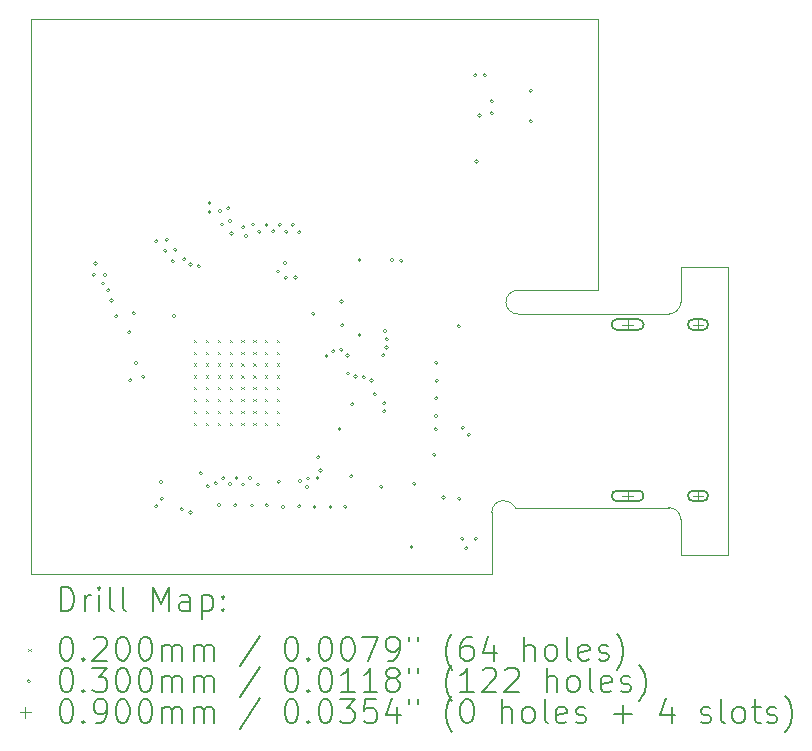
<source format=gbr>
%TF.GenerationSoftware,KiCad,Pcbnew,(6.0.7)*%
%TF.CreationDate,2022-11-13T01:59:09+01:00*%
%TF.ProjectId,TTL_to_HDMI,54544c5f-746f-45f4-9844-4d492e6b6963,rev?*%
%TF.SameCoordinates,Original*%
%TF.FileFunction,Drillmap*%
%TF.FilePolarity,Positive*%
%FSLAX45Y45*%
G04 Gerber Fmt 4.5, Leading zero omitted, Abs format (unit mm)*
G04 Created by KiCad (PCBNEW (6.0.7)) date 2022-11-13 01:59:09*
%MOMM*%
%LPD*%
G01*
G04 APERTURE LIST*
%ADD10C,0.100000*%
%ADD11C,0.200000*%
%ADD12C,0.020000*%
%ADD13C,0.030000*%
%ADD14C,0.090000*%
G04 APERTURE END LIST*
D10*
X13500000Y-9300000D02*
X13500000Y-11440000D01*
X11600000Y-11280000D02*
G75*
G03*
X11500000Y-11380000I0J-100000D01*
G01*
X13000000Y-9700000D02*
G75*
G03*
X13100000Y-9600000I0J100000D01*
G01*
X11500000Y-11380000D02*
X11500000Y-11900000D01*
X13100000Y-11440000D02*
G75*
G03*
X13000000Y-11340000I-100000J0D01*
G01*
X7600000Y-7200000D02*
X12400000Y-7200000D01*
X13100000Y-9300000D02*
X13500000Y-9300000D01*
X11699998Y-11340001D02*
G75*
G03*
X11600000Y-11280000I-99998J-53329D01*
G01*
X11720000Y-9500000D02*
G75*
G03*
X11620000Y-9600000I0J-100000D01*
G01*
X7600000Y-11900000D02*
X7600000Y-7200000D01*
X13000000Y-11340000D02*
X11700000Y-11340000D01*
X12400000Y-7200000D02*
X12400000Y-9400000D01*
X13100000Y-11440000D02*
X13100000Y-11740000D01*
X13100000Y-11740000D02*
X13500000Y-11740000D01*
X13500000Y-11740000D02*
X13500000Y-11440000D01*
X11620000Y-9600000D02*
G75*
G03*
X11720000Y-9700000I100000J0D01*
G01*
X11720000Y-9500000D02*
X12400000Y-9500000D01*
X11720000Y-9700000D02*
X13000000Y-9700000D01*
X13100000Y-9600000D02*
X13100000Y-9300000D01*
X12400000Y-9400000D02*
X12400000Y-9500000D01*
X11500000Y-11900000D02*
X7600000Y-11900000D01*
D11*
D12*
X8980000Y-9920000D02*
X9000000Y-9940000D01*
X9000000Y-9920000D02*
X8980000Y-9940000D01*
X8980000Y-10020000D02*
X9000000Y-10040000D01*
X9000000Y-10020000D02*
X8980000Y-10040000D01*
X8980000Y-10120000D02*
X9000000Y-10140000D01*
X9000000Y-10120000D02*
X8980000Y-10140000D01*
X8980000Y-10220000D02*
X9000000Y-10240000D01*
X9000000Y-10220000D02*
X8980000Y-10240000D01*
X8980000Y-10320000D02*
X9000000Y-10340000D01*
X9000000Y-10320000D02*
X8980000Y-10340000D01*
X8980000Y-10420000D02*
X9000000Y-10440000D01*
X9000000Y-10420000D02*
X8980000Y-10440000D01*
X8980000Y-10520000D02*
X9000000Y-10540000D01*
X9000000Y-10520000D02*
X8980000Y-10540000D01*
X8980000Y-10620000D02*
X9000000Y-10640000D01*
X9000000Y-10620000D02*
X8980000Y-10640000D01*
X9080000Y-9920000D02*
X9100000Y-9940000D01*
X9100000Y-9920000D02*
X9080000Y-9940000D01*
X9080000Y-10020000D02*
X9100000Y-10040000D01*
X9100000Y-10020000D02*
X9080000Y-10040000D01*
X9080000Y-10120000D02*
X9100000Y-10140000D01*
X9100000Y-10120000D02*
X9080000Y-10140000D01*
X9080000Y-10220000D02*
X9100000Y-10240000D01*
X9100000Y-10220000D02*
X9080000Y-10240000D01*
X9080000Y-10320000D02*
X9100000Y-10340000D01*
X9100000Y-10320000D02*
X9080000Y-10340000D01*
X9080000Y-10420000D02*
X9100000Y-10440000D01*
X9100000Y-10420000D02*
X9080000Y-10440000D01*
X9080000Y-10520000D02*
X9100000Y-10540000D01*
X9100000Y-10520000D02*
X9080000Y-10540000D01*
X9080000Y-10620000D02*
X9100000Y-10640000D01*
X9100000Y-10620000D02*
X9080000Y-10640000D01*
X9180000Y-9920000D02*
X9200000Y-9940000D01*
X9200000Y-9920000D02*
X9180000Y-9940000D01*
X9180000Y-10020000D02*
X9200000Y-10040000D01*
X9200000Y-10020000D02*
X9180000Y-10040000D01*
X9180000Y-10120000D02*
X9200000Y-10140000D01*
X9200000Y-10120000D02*
X9180000Y-10140000D01*
X9180000Y-10220000D02*
X9200000Y-10240000D01*
X9200000Y-10220000D02*
X9180000Y-10240000D01*
X9180000Y-10320000D02*
X9200000Y-10340000D01*
X9200000Y-10320000D02*
X9180000Y-10340000D01*
X9180000Y-10420000D02*
X9200000Y-10440000D01*
X9200000Y-10420000D02*
X9180000Y-10440000D01*
X9180000Y-10520000D02*
X9200000Y-10540000D01*
X9200000Y-10520000D02*
X9180000Y-10540000D01*
X9180000Y-10620000D02*
X9200000Y-10640000D01*
X9200000Y-10620000D02*
X9180000Y-10640000D01*
X9280000Y-9920000D02*
X9300000Y-9940000D01*
X9300000Y-9920000D02*
X9280000Y-9940000D01*
X9280000Y-10020000D02*
X9300000Y-10040000D01*
X9300000Y-10020000D02*
X9280000Y-10040000D01*
X9280000Y-10120000D02*
X9300000Y-10140000D01*
X9300000Y-10120000D02*
X9280000Y-10140000D01*
X9280000Y-10220000D02*
X9300000Y-10240000D01*
X9300000Y-10220000D02*
X9280000Y-10240000D01*
X9280000Y-10320000D02*
X9300000Y-10340000D01*
X9300000Y-10320000D02*
X9280000Y-10340000D01*
X9280000Y-10420000D02*
X9300000Y-10440000D01*
X9300000Y-10420000D02*
X9280000Y-10440000D01*
X9280000Y-10520000D02*
X9300000Y-10540000D01*
X9300000Y-10520000D02*
X9280000Y-10540000D01*
X9280000Y-10620000D02*
X9300000Y-10640000D01*
X9300000Y-10620000D02*
X9280000Y-10640000D01*
X9380000Y-9920000D02*
X9400000Y-9940000D01*
X9400000Y-9920000D02*
X9380000Y-9940000D01*
X9380000Y-10020000D02*
X9400000Y-10040000D01*
X9400000Y-10020000D02*
X9380000Y-10040000D01*
X9380000Y-10120000D02*
X9400000Y-10140000D01*
X9400000Y-10120000D02*
X9380000Y-10140000D01*
X9380000Y-10220000D02*
X9400000Y-10240000D01*
X9400000Y-10220000D02*
X9380000Y-10240000D01*
X9380000Y-10320000D02*
X9400000Y-10340000D01*
X9400000Y-10320000D02*
X9380000Y-10340000D01*
X9380000Y-10420000D02*
X9400000Y-10440000D01*
X9400000Y-10420000D02*
X9380000Y-10440000D01*
X9380000Y-10520000D02*
X9400000Y-10540000D01*
X9400000Y-10520000D02*
X9380000Y-10540000D01*
X9380000Y-10620000D02*
X9400000Y-10640000D01*
X9400000Y-10620000D02*
X9380000Y-10640000D01*
X9480000Y-9920000D02*
X9500000Y-9940000D01*
X9500000Y-9920000D02*
X9480000Y-9940000D01*
X9480000Y-10020000D02*
X9500000Y-10040000D01*
X9500000Y-10020000D02*
X9480000Y-10040000D01*
X9480000Y-10120000D02*
X9500000Y-10140000D01*
X9500000Y-10120000D02*
X9480000Y-10140000D01*
X9480000Y-10220000D02*
X9500000Y-10240000D01*
X9500000Y-10220000D02*
X9480000Y-10240000D01*
X9480000Y-10320000D02*
X9500000Y-10340000D01*
X9500000Y-10320000D02*
X9480000Y-10340000D01*
X9480000Y-10420000D02*
X9500000Y-10440000D01*
X9500000Y-10420000D02*
X9480000Y-10440000D01*
X9480000Y-10520000D02*
X9500000Y-10540000D01*
X9500000Y-10520000D02*
X9480000Y-10540000D01*
X9480000Y-10620000D02*
X9500000Y-10640000D01*
X9500000Y-10620000D02*
X9480000Y-10640000D01*
X9580000Y-9920000D02*
X9600000Y-9940000D01*
X9600000Y-9920000D02*
X9580000Y-9940000D01*
X9580000Y-10020000D02*
X9600000Y-10040000D01*
X9600000Y-10020000D02*
X9580000Y-10040000D01*
X9580000Y-10120000D02*
X9600000Y-10140000D01*
X9600000Y-10120000D02*
X9580000Y-10140000D01*
X9580000Y-10220000D02*
X9600000Y-10240000D01*
X9600000Y-10220000D02*
X9580000Y-10240000D01*
X9580000Y-10320000D02*
X9600000Y-10340000D01*
X9600000Y-10320000D02*
X9580000Y-10340000D01*
X9580000Y-10420000D02*
X9600000Y-10440000D01*
X9600000Y-10420000D02*
X9580000Y-10440000D01*
X9580000Y-10520000D02*
X9600000Y-10540000D01*
X9600000Y-10520000D02*
X9580000Y-10540000D01*
X9580000Y-10620000D02*
X9600000Y-10640000D01*
X9600000Y-10620000D02*
X9580000Y-10640000D01*
X9680000Y-9920000D02*
X9700000Y-9940000D01*
X9700000Y-9920000D02*
X9680000Y-9940000D01*
X9680000Y-10020000D02*
X9700000Y-10040000D01*
X9700000Y-10020000D02*
X9680000Y-10040000D01*
X9680000Y-10120000D02*
X9700000Y-10140000D01*
X9700000Y-10120000D02*
X9680000Y-10140000D01*
X9680000Y-10220000D02*
X9700000Y-10240000D01*
X9700000Y-10220000D02*
X9680000Y-10240000D01*
X9680000Y-10320000D02*
X9700000Y-10340000D01*
X9700000Y-10320000D02*
X9680000Y-10340000D01*
X9680000Y-10420000D02*
X9700000Y-10440000D01*
X9700000Y-10420000D02*
X9680000Y-10440000D01*
X9680000Y-10520000D02*
X9700000Y-10540000D01*
X9700000Y-10520000D02*
X9680000Y-10540000D01*
X9680000Y-10620000D02*
X9700000Y-10640000D01*
X9700000Y-10620000D02*
X9680000Y-10640000D01*
D13*
X8143856Y-9368856D02*
G75*
G03*
X8143856Y-9368856I-15000J0D01*
G01*
X8160000Y-9275000D02*
G75*
G03*
X8160000Y-9275000I-15000J0D01*
G01*
X8224102Y-9444102D02*
G75*
G03*
X8224102Y-9444102I-15000J0D01*
G01*
X8240000Y-9369950D02*
G75*
G03*
X8240000Y-9369950I-15000J0D01*
G01*
X8266938Y-9499403D02*
G75*
G03*
X8266938Y-9499403I-15000J0D01*
G01*
X8296695Y-9585680D02*
G75*
G03*
X8296695Y-9585680I-15000J0D01*
G01*
X8335050Y-9720000D02*
G75*
G03*
X8335050Y-9720000I-15000J0D01*
G01*
X8445000Y-9855000D02*
G75*
G03*
X8445000Y-9855000I-15000J0D01*
G01*
X8453569Y-10262259D02*
G75*
G03*
X8453569Y-10262259I-15000J0D01*
G01*
X8485050Y-9695000D02*
G75*
G03*
X8485050Y-9695000I-15000J0D01*
G01*
X8503792Y-10116208D02*
G75*
G03*
X8503792Y-10116208I-15000J0D01*
G01*
X8563007Y-10231993D02*
G75*
G03*
X8563007Y-10231993I-15000J0D01*
G01*
X8675000Y-9085000D02*
G75*
G03*
X8675000Y-9085000I-15000J0D01*
G01*
X8675000Y-11330000D02*
G75*
G03*
X8675000Y-11330000I-15000J0D01*
G01*
X8715000Y-11125000D02*
G75*
G03*
X8715000Y-11125000I-15000J0D01*
G01*
X8720000Y-11265000D02*
G75*
G03*
X8720000Y-11265000I-15000J0D01*
G01*
X8750211Y-9165211D02*
G75*
G03*
X8750211Y-9165211I-15000J0D01*
G01*
X8763856Y-9073856D02*
G75*
G03*
X8763856Y-9073856I-15000J0D01*
G01*
X8815462Y-9255454D02*
G75*
G03*
X8815462Y-9255454I-15000J0D01*
G01*
X8825000Y-9720000D02*
G75*
G03*
X8825000Y-9720000I-15000J0D01*
G01*
X8836574Y-9156630D02*
G75*
G03*
X8836574Y-9156630I-15000J0D01*
G01*
X8890000Y-11355000D02*
G75*
G03*
X8890000Y-11355000I-15000J0D01*
G01*
X8911830Y-9236867D02*
G75*
G03*
X8911830Y-9236867I-15000J0D01*
G01*
X8965000Y-11380000D02*
G75*
G03*
X8965000Y-11380000I-15000J0D01*
G01*
X8965177Y-9282113D02*
G75*
G03*
X8965177Y-9282113I-15000J0D01*
G01*
X9033659Y-9296370D02*
G75*
G03*
X9033659Y-9296370I-15000J0D01*
G01*
X9052115Y-11050050D02*
G75*
G03*
X9052115Y-11050050I-15000J0D01*
G01*
X9109950Y-11159950D02*
G75*
G03*
X9109950Y-11159950I-15000J0D01*
G01*
X9125308Y-8836617D02*
G75*
G03*
X9125308Y-8836617I-15000J0D01*
G01*
X9125923Y-8760873D02*
G75*
G03*
X9125923Y-8760873I-15000J0D01*
G01*
X9178407Y-11135819D02*
G75*
G03*
X9178407Y-11135819I-15000J0D01*
G01*
X9207559Y-11318718D02*
G75*
G03*
X9207559Y-11318718I-15000J0D01*
G01*
X9213644Y-8828644D02*
G75*
G03*
X9213644Y-8828644I-15000J0D01*
G01*
X9231339Y-8942648D02*
G75*
G03*
X9231339Y-8942648I-15000J0D01*
G01*
X9242065Y-11090000D02*
G75*
G03*
X9242065Y-11090000I-15000J0D01*
G01*
X9285000Y-8805000D02*
G75*
G03*
X9285000Y-8805000I-15000J0D01*
G01*
X9298418Y-8914950D02*
G75*
G03*
X9298418Y-8914950I-15000J0D01*
G01*
X9299950Y-11140908D02*
G75*
G03*
X9299950Y-11140908I-15000J0D01*
G01*
X9310617Y-9018863D02*
G75*
G03*
X9310617Y-9018863I-15000J0D01*
G01*
X9343801Y-11319662D02*
G75*
G03*
X9343801Y-11319662I-15000J0D01*
G01*
X9355000Y-11090000D02*
G75*
G03*
X9355000Y-11090000I-15000J0D01*
G01*
X9410000Y-11145000D02*
G75*
G03*
X9410000Y-11145000I-15000J0D01*
G01*
X9410991Y-8968535D02*
G75*
G03*
X9410991Y-8968535I-15000J0D01*
G01*
X9435374Y-9041915D02*
G75*
G03*
X9435374Y-9041915I-15000J0D01*
G01*
X9470000Y-11090000D02*
G75*
G03*
X9470000Y-11090000I-15000J0D01*
G01*
X9484958Y-11323709D02*
G75*
G03*
X9484958Y-11323709I-15000J0D01*
G01*
X9493409Y-8942686D02*
G75*
G03*
X9493409Y-8942686I-15000J0D01*
G01*
X9535000Y-11145000D02*
G75*
G03*
X9535000Y-11145000I-15000J0D01*
G01*
X9548359Y-9005000D02*
G75*
G03*
X9548359Y-9005000I-15000J0D01*
G01*
X9609048Y-8947577D02*
G75*
G03*
X9609048Y-8947577I-15000J0D01*
G01*
X9610252Y-11320352D02*
G75*
G03*
X9610252Y-11320352I-15000J0D01*
G01*
X9663998Y-9000519D02*
G75*
G03*
X9663998Y-9000519I-15000J0D01*
G01*
X9705000Y-9340000D02*
G75*
G03*
X9705000Y-9340000I-15000J0D01*
G01*
X9712550Y-11120000D02*
G75*
G03*
X9712550Y-11120000I-15000J0D01*
G01*
X9719950Y-8945000D02*
G75*
G03*
X9719950Y-8945000I-15000J0D01*
G01*
X9749749Y-11334950D02*
G75*
G03*
X9749749Y-11334950I-15000J0D01*
G01*
X9763644Y-9268644D02*
G75*
G03*
X9763644Y-9268644I-15000J0D01*
G01*
X9770000Y-9395000D02*
G75*
G03*
X9770000Y-9395000I-15000J0D01*
G01*
X9774900Y-9002909D02*
G75*
G03*
X9774900Y-9002909I-15000J0D01*
G01*
X9830000Y-8945000D02*
G75*
G03*
X9830000Y-8945000I-15000J0D01*
G01*
X9852140Y-9392140D02*
G75*
G03*
X9852140Y-9392140I-15000J0D01*
G01*
X9884850Y-9007565D02*
G75*
G03*
X9884850Y-9007565I-15000J0D01*
G01*
X9885000Y-11330000D02*
G75*
G03*
X9885000Y-11330000I-15000J0D01*
G01*
X9890000Y-11115000D02*
G75*
G03*
X9890000Y-11115000I-15000J0D01*
G01*
X9950000Y-11165000D02*
G75*
G03*
X9950000Y-11165000I-15000J0D01*
G01*
X9960000Y-11095000D02*
G75*
G03*
X9960000Y-11095000I-15000J0D01*
G01*
X10005000Y-9700000D02*
G75*
G03*
X10005000Y-9700000I-15000J0D01*
G01*
X10015000Y-11335000D02*
G75*
G03*
X10015000Y-11335000I-15000J0D01*
G01*
X10040000Y-11090000D02*
G75*
G03*
X10040000Y-11090000I-15000J0D01*
G01*
X10045000Y-10915000D02*
G75*
G03*
X10045000Y-10915000I-15000J0D01*
G01*
X10064787Y-11024589D02*
G75*
G03*
X10064787Y-11024589I-15000J0D01*
G01*
X10116239Y-10055050D02*
G75*
G03*
X10116239Y-10055050I-15000J0D01*
G01*
X10150000Y-11335000D02*
G75*
G03*
X10150000Y-11335000I-15000J0D01*
G01*
X10173554Y-10014950D02*
G75*
G03*
X10173554Y-10014950I-15000J0D01*
G01*
X10225050Y-10675000D02*
G75*
G03*
X10225050Y-10675000I-15000J0D01*
G01*
X10242605Y-10003769D02*
G75*
G03*
X10242605Y-10003769I-15000J0D01*
G01*
X10245000Y-9595000D02*
G75*
G03*
X10245000Y-9595000I-15000J0D01*
G01*
X10250000Y-9795000D02*
G75*
G03*
X10250000Y-9795000I-15000J0D01*
G01*
X10275000Y-11335000D02*
G75*
G03*
X10275000Y-11335000I-15000J0D01*
G01*
X10292751Y-10052538D02*
G75*
G03*
X10292751Y-10052538I-15000J0D01*
G01*
X10296775Y-10204950D02*
G75*
G03*
X10296775Y-10204950I-15000J0D01*
G01*
X10325000Y-11075000D02*
G75*
G03*
X10325000Y-11075000I-15000J0D01*
G01*
X10333644Y-10466356D02*
G75*
G03*
X10333644Y-10466356I-15000J0D01*
G01*
X10361762Y-10230828D02*
G75*
G03*
X10361762Y-10230828I-15000J0D01*
G01*
X10395000Y-9245000D02*
G75*
G03*
X10395000Y-9245000I-15000J0D01*
G01*
X10395000Y-9880000D02*
G75*
G03*
X10395000Y-9880000I-15000J0D01*
G01*
X10431498Y-10236293D02*
G75*
G03*
X10431498Y-10236293I-15000J0D01*
G01*
X10495506Y-10264507D02*
G75*
G03*
X10495506Y-10264507I-15000J0D01*
G01*
X10525000Y-10380000D02*
G75*
G03*
X10525000Y-10380000I-15000J0D01*
G01*
X10580000Y-11165000D02*
G75*
G03*
X10580000Y-11165000I-15000J0D01*
G01*
X10596591Y-10048921D02*
G75*
G03*
X10596591Y-10048921I-15000J0D01*
G01*
X10605000Y-10455000D02*
G75*
G03*
X10605000Y-10455000I-15000J0D01*
G01*
X10605000Y-10525000D02*
G75*
G03*
X10605000Y-10525000I-15000J0D01*
G01*
X10611361Y-9846442D02*
G75*
G03*
X10611361Y-9846442I-15000J0D01*
G01*
X10625000Y-9915050D02*
G75*
G03*
X10625000Y-9915050I-15000J0D01*
G01*
X10625000Y-9985000D02*
G75*
G03*
X10625000Y-9985000I-15000J0D01*
G01*
X10670000Y-9245000D02*
G75*
G03*
X10670000Y-9245000I-15000J0D01*
G01*
X10750000Y-9250000D02*
G75*
G03*
X10750000Y-9250000I-15000J0D01*
G01*
X10835000Y-11675000D02*
G75*
G03*
X10835000Y-11675000I-15000J0D01*
G01*
X10857670Y-11137864D02*
G75*
G03*
X10857670Y-11137864I-15000J0D01*
G01*
X11028644Y-10893644D02*
G75*
G03*
X11028644Y-10893644I-15000J0D01*
G01*
X11040000Y-10676519D02*
G75*
G03*
X11040000Y-10676519I-15000J0D01*
G01*
X11045000Y-10115000D02*
G75*
G03*
X11045000Y-10115000I-15000J0D01*
G01*
X11045000Y-10415000D02*
G75*
G03*
X11045000Y-10415000I-15000J0D01*
G01*
X11045000Y-10565000D02*
G75*
G03*
X11045000Y-10565000I-15000J0D01*
G01*
X11050000Y-10265000D02*
G75*
G03*
X11050000Y-10265000I-15000J0D01*
G01*
X11105000Y-11255000D02*
G75*
G03*
X11105000Y-11255000I-15000J0D01*
G01*
X11235000Y-9805000D02*
G75*
G03*
X11235000Y-9805000I-15000J0D01*
G01*
X11240000Y-11265000D02*
G75*
G03*
X11240000Y-11265000I-15000J0D01*
G01*
X11265000Y-11605000D02*
G75*
G03*
X11265000Y-11605000I-15000J0D01*
G01*
X11270000Y-10665000D02*
G75*
G03*
X11270000Y-10665000I-15000J0D01*
G01*
X11300000Y-11685000D02*
G75*
G03*
X11300000Y-11685000I-15000J0D01*
G01*
X11320000Y-10725000D02*
G75*
G03*
X11320000Y-10725000I-15000J0D01*
G01*
X11375000Y-7680000D02*
G75*
G03*
X11375000Y-7680000I-15000J0D01*
G01*
X11380000Y-11605000D02*
G75*
G03*
X11380000Y-11605000I-15000J0D01*
G01*
X11385000Y-8410000D02*
G75*
G03*
X11385000Y-8410000I-15000J0D01*
G01*
X11409950Y-8020000D02*
G75*
G03*
X11409950Y-8020000I-15000J0D01*
G01*
X11455000Y-7680000D02*
G75*
G03*
X11455000Y-7680000I-15000J0D01*
G01*
X11515000Y-7900000D02*
G75*
G03*
X11515000Y-7900000I-15000J0D01*
G01*
X11515000Y-8000000D02*
G75*
G03*
X11515000Y-8000000I-15000J0D01*
G01*
X11845000Y-7810000D02*
G75*
G03*
X11845000Y-7810000I-15000J0D01*
G01*
X11845000Y-8070000D02*
G75*
G03*
X11845000Y-8070000I-15000J0D01*
G01*
D14*
X12650700Y-9745600D02*
X12650700Y-9835600D01*
X12605700Y-9790600D02*
X12695700Y-9790600D01*
D11*
X12560700Y-9835600D02*
X12740700Y-9835600D01*
X12560700Y-9745600D02*
X12740700Y-9745600D01*
X12740700Y-9835600D02*
G75*
G03*
X12740700Y-9745600I0J45000D01*
G01*
X12560700Y-9745600D02*
G75*
G03*
X12560700Y-9835600I0J-45000D01*
G01*
D14*
X12650700Y-11195600D02*
X12650700Y-11285600D01*
X12605700Y-11240600D02*
X12695700Y-11240600D01*
D11*
X12560700Y-11285600D02*
X12740700Y-11285600D01*
X12560700Y-11195600D02*
X12740700Y-11195600D01*
X12740700Y-11285600D02*
G75*
G03*
X12740700Y-11195600I0J45000D01*
G01*
X12560700Y-11195600D02*
G75*
G03*
X12560700Y-11285600I0J-45000D01*
G01*
D14*
X13246700Y-9745600D02*
X13246700Y-9835600D01*
X13201700Y-9790600D02*
X13291700Y-9790600D01*
D11*
X13206700Y-9835600D02*
X13286700Y-9835600D01*
X13206700Y-9745600D02*
X13286700Y-9745600D01*
X13286700Y-9835600D02*
G75*
G03*
X13286700Y-9745600I0J45000D01*
G01*
X13206700Y-9745600D02*
G75*
G03*
X13206700Y-9835600I0J-45000D01*
G01*
D14*
X13246700Y-11195600D02*
X13246700Y-11285600D01*
X13201700Y-11240600D02*
X13291700Y-11240600D01*
D11*
X13206700Y-11285600D02*
X13286700Y-11285600D01*
X13206700Y-11195600D02*
X13286700Y-11195600D01*
X13286700Y-11285600D02*
G75*
G03*
X13286700Y-11195600I0J45000D01*
G01*
X13206700Y-11195600D02*
G75*
G03*
X13206700Y-11285600I0J-45000D01*
G01*
X7852619Y-12215476D02*
X7852619Y-12015476D01*
X7900238Y-12015476D01*
X7928809Y-12025000D01*
X7947857Y-12044048D01*
X7957381Y-12063095D01*
X7966905Y-12101190D01*
X7966905Y-12129762D01*
X7957381Y-12167857D01*
X7947857Y-12186905D01*
X7928809Y-12205952D01*
X7900238Y-12215476D01*
X7852619Y-12215476D01*
X8052619Y-12215476D02*
X8052619Y-12082143D01*
X8052619Y-12120238D02*
X8062143Y-12101190D01*
X8071667Y-12091667D01*
X8090714Y-12082143D01*
X8109762Y-12082143D01*
X8176428Y-12215476D02*
X8176428Y-12082143D01*
X8176428Y-12015476D02*
X8166905Y-12025000D01*
X8176428Y-12034524D01*
X8185952Y-12025000D01*
X8176428Y-12015476D01*
X8176428Y-12034524D01*
X8300238Y-12215476D02*
X8281190Y-12205952D01*
X8271667Y-12186905D01*
X8271667Y-12015476D01*
X8405000Y-12215476D02*
X8385952Y-12205952D01*
X8376428Y-12186905D01*
X8376428Y-12015476D01*
X8633571Y-12215476D02*
X8633571Y-12015476D01*
X8700238Y-12158333D01*
X8766905Y-12015476D01*
X8766905Y-12215476D01*
X8947857Y-12215476D02*
X8947857Y-12110714D01*
X8938333Y-12091667D01*
X8919286Y-12082143D01*
X8881190Y-12082143D01*
X8862143Y-12091667D01*
X8947857Y-12205952D02*
X8928810Y-12215476D01*
X8881190Y-12215476D01*
X8862143Y-12205952D01*
X8852619Y-12186905D01*
X8852619Y-12167857D01*
X8862143Y-12148809D01*
X8881190Y-12139286D01*
X8928810Y-12139286D01*
X8947857Y-12129762D01*
X9043095Y-12082143D02*
X9043095Y-12282143D01*
X9043095Y-12091667D02*
X9062143Y-12082143D01*
X9100238Y-12082143D01*
X9119286Y-12091667D01*
X9128810Y-12101190D01*
X9138333Y-12120238D01*
X9138333Y-12177381D01*
X9128810Y-12196428D01*
X9119286Y-12205952D01*
X9100238Y-12215476D01*
X9062143Y-12215476D01*
X9043095Y-12205952D01*
X9224048Y-12196428D02*
X9233571Y-12205952D01*
X9224048Y-12215476D01*
X9214524Y-12205952D01*
X9224048Y-12196428D01*
X9224048Y-12215476D01*
X9224048Y-12091667D02*
X9233571Y-12101190D01*
X9224048Y-12110714D01*
X9214524Y-12101190D01*
X9224048Y-12091667D01*
X9224048Y-12110714D01*
D12*
X7575000Y-12535000D02*
X7595000Y-12555000D01*
X7595000Y-12535000D02*
X7575000Y-12555000D01*
D11*
X7890714Y-12435476D02*
X7909762Y-12435476D01*
X7928809Y-12445000D01*
X7938333Y-12454524D01*
X7947857Y-12473571D01*
X7957381Y-12511667D01*
X7957381Y-12559286D01*
X7947857Y-12597381D01*
X7938333Y-12616428D01*
X7928809Y-12625952D01*
X7909762Y-12635476D01*
X7890714Y-12635476D01*
X7871667Y-12625952D01*
X7862143Y-12616428D01*
X7852619Y-12597381D01*
X7843095Y-12559286D01*
X7843095Y-12511667D01*
X7852619Y-12473571D01*
X7862143Y-12454524D01*
X7871667Y-12445000D01*
X7890714Y-12435476D01*
X8043095Y-12616428D02*
X8052619Y-12625952D01*
X8043095Y-12635476D01*
X8033571Y-12625952D01*
X8043095Y-12616428D01*
X8043095Y-12635476D01*
X8128809Y-12454524D02*
X8138333Y-12445000D01*
X8157381Y-12435476D01*
X8205000Y-12435476D01*
X8224048Y-12445000D01*
X8233571Y-12454524D01*
X8243095Y-12473571D01*
X8243095Y-12492619D01*
X8233571Y-12521190D01*
X8119286Y-12635476D01*
X8243095Y-12635476D01*
X8366905Y-12435476D02*
X8385952Y-12435476D01*
X8405000Y-12445000D01*
X8414524Y-12454524D01*
X8424048Y-12473571D01*
X8433571Y-12511667D01*
X8433571Y-12559286D01*
X8424048Y-12597381D01*
X8414524Y-12616428D01*
X8405000Y-12625952D01*
X8385952Y-12635476D01*
X8366905Y-12635476D01*
X8347857Y-12625952D01*
X8338333Y-12616428D01*
X8328809Y-12597381D01*
X8319286Y-12559286D01*
X8319286Y-12511667D01*
X8328809Y-12473571D01*
X8338333Y-12454524D01*
X8347857Y-12445000D01*
X8366905Y-12435476D01*
X8557381Y-12435476D02*
X8576429Y-12435476D01*
X8595476Y-12445000D01*
X8605000Y-12454524D01*
X8614524Y-12473571D01*
X8624048Y-12511667D01*
X8624048Y-12559286D01*
X8614524Y-12597381D01*
X8605000Y-12616428D01*
X8595476Y-12625952D01*
X8576429Y-12635476D01*
X8557381Y-12635476D01*
X8538333Y-12625952D01*
X8528810Y-12616428D01*
X8519286Y-12597381D01*
X8509762Y-12559286D01*
X8509762Y-12511667D01*
X8519286Y-12473571D01*
X8528810Y-12454524D01*
X8538333Y-12445000D01*
X8557381Y-12435476D01*
X8709762Y-12635476D02*
X8709762Y-12502143D01*
X8709762Y-12521190D02*
X8719286Y-12511667D01*
X8738333Y-12502143D01*
X8766905Y-12502143D01*
X8785952Y-12511667D01*
X8795476Y-12530714D01*
X8795476Y-12635476D01*
X8795476Y-12530714D02*
X8805000Y-12511667D01*
X8824048Y-12502143D01*
X8852619Y-12502143D01*
X8871667Y-12511667D01*
X8881190Y-12530714D01*
X8881190Y-12635476D01*
X8976429Y-12635476D02*
X8976429Y-12502143D01*
X8976429Y-12521190D02*
X8985952Y-12511667D01*
X9005000Y-12502143D01*
X9033571Y-12502143D01*
X9052619Y-12511667D01*
X9062143Y-12530714D01*
X9062143Y-12635476D01*
X9062143Y-12530714D02*
X9071667Y-12511667D01*
X9090714Y-12502143D01*
X9119286Y-12502143D01*
X9138333Y-12511667D01*
X9147857Y-12530714D01*
X9147857Y-12635476D01*
X9538333Y-12425952D02*
X9366905Y-12683095D01*
X9795476Y-12435476D02*
X9814524Y-12435476D01*
X9833571Y-12445000D01*
X9843095Y-12454524D01*
X9852619Y-12473571D01*
X9862143Y-12511667D01*
X9862143Y-12559286D01*
X9852619Y-12597381D01*
X9843095Y-12616428D01*
X9833571Y-12625952D01*
X9814524Y-12635476D01*
X9795476Y-12635476D01*
X9776429Y-12625952D01*
X9766905Y-12616428D01*
X9757381Y-12597381D01*
X9747857Y-12559286D01*
X9747857Y-12511667D01*
X9757381Y-12473571D01*
X9766905Y-12454524D01*
X9776429Y-12445000D01*
X9795476Y-12435476D01*
X9947857Y-12616428D02*
X9957381Y-12625952D01*
X9947857Y-12635476D01*
X9938333Y-12625952D01*
X9947857Y-12616428D01*
X9947857Y-12635476D01*
X10081190Y-12435476D02*
X10100238Y-12435476D01*
X10119286Y-12445000D01*
X10128810Y-12454524D01*
X10138333Y-12473571D01*
X10147857Y-12511667D01*
X10147857Y-12559286D01*
X10138333Y-12597381D01*
X10128810Y-12616428D01*
X10119286Y-12625952D01*
X10100238Y-12635476D01*
X10081190Y-12635476D01*
X10062143Y-12625952D01*
X10052619Y-12616428D01*
X10043095Y-12597381D01*
X10033571Y-12559286D01*
X10033571Y-12511667D01*
X10043095Y-12473571D01*
X10052619Y-12454524D01*
X10062143Y-12445000D01*
X10081190Y-12435476D01*
X10271667Y-12435476D02*
X10290714Y-12435476D01*
X10309762Y-12445000D01*
X10319286Y-12454524D01*
X10328810Y-12473571D01*
X10338333Y-12511667D01*
X10338333Y-12559286D01*
X10328810Y-12597381D01*
X10319286Y-12616428D01*
X10309762Y-12625952D01*
X10290714Y-12635476D01*
X10271667Y-12635476D01*
X10252619Y-12625952D01*
X10243095Y-12616428D01*
X10233571Y-12597381D01*
X10224048Y-12559286D01*
X10224048Y-12511667D01*
X10233571Y-12473571D01*
X10243095Y-12454524D01*
X10252619Y-12445000D01*
X10271667Y-12435476D01*
X10405000Y-12435476D02*
X10538333Y-12435476D01*
X10452619Y-12635476D01*
X10624048Y-12635476D02*
X10662143Y-12635476D01*
X10681190Y-12625952D01*
X10690714Y-12616428D01*
X10709762Y-12587857D01*
X10719286Y-12549762D01*
X10719286Y-12473571D01*
X10709762Y-12454524D01*
X10700238Y-12445000D01*
X10681190Y-12435476D01*
X10643095Y-12435476D01*
X10624048Y-12445000D01*
X10614524Y-12454524D01*
X10605000Y-12473571D01*
X10605000Y-12521190D01*
X10614524Y-12540238D01*
X10624048Y-12549762D01*
X10643095Y-12559286D01*
X10681190Y-12559286D01*
X10700238Y-12549762D01*
X10709762Y-12540238D01*
X10719286Y-12521190D01*
X10795476Y-12435476D02*
X10795476Y-12473571D01*
X10871667Y-12435476D02*
X10871667Y-12473571D01*
X11166905Y-12711667D02*
X11157381Y-12702143D01*
X11138333Y-12673571D01*
X11128810Y-12654524D01*
X11119286Y-12625952D01*
X11109762Y-12578333D01*
X11109762Y-12540238D01*
X11119286Y-12492619D01*
X11128810Y-12464048D01*
X11138333Y-12445000D01*
X11157381Y-12416428D01*
X11166905Y-12406905D01*
X11328809Y-12435476D02*
X11290714Y-12435476D01*
X11271667Y-12445000D01*
X11262143Y-12454524D01*
X11243095Y-12483095D01*
X11233571Y-12521190D01*
X11233571Y-12597381D01*
X11243095Y-12616428D01*
X11252619Y-12625952D01*
X11271667Y-12635476D01*
X11309762Y-12635476D01*
X11328809Y-12625952D01*
X11338333Y-12616428D01*
X11347857Y-12597381D01*
X11347857Y-12549762D01*
X11338333Y-12530714D01*
X11328809Y-12521190D01*
X11309762Y-12511667D01*
X11271667Y-12511667D01*
X11252619Y-12521190D01*
X11243095Y-12530714D01*
X11233571Y-12549762D01*
X11519286Y-12502143D02*
X11519286Y-12635476D01*
X11471667Y-12425952D02*
X11424048Y-12568809D01*
X11547857Y-12568809D01*
X11776428Y-12635476D02*
X11776428Y-12435476D01*
X11862143Y-12635476D02*
X11862143Y-12530714D01*
X11852619Y-12511667D01*
X11833571Y-12502143D01*
X11805000Y-12502143D01*
X11785952Y-12511667D01*
X11776428Y-12521190D01*
X11985952Y-12635476D02*
X11966905Y-12625952D01*
X11957381Y-12616428D01*
X11947857Y-12597381D01*
X11947857Y-12540238D01*
X11957381Y-12521190D01*
X11966905Y-12511667D01*
X11985952Y-12502143D01*
X12014524Y-12502143D01*
X12033571Y-12511667D01*
X12043095Y-12521190D01*
X12052619Y-12540238D01*
X12052619Y-12597381D01*
X12043095Y-12616428D01*
X12033571Y-12625952D01*
X12014524Y-12635476D01*
X11985952Y-12635476D01*
X12166905Y-12635476D02*
X12147857Y-12625952D01*
X12138333Y-12606905D01*
X12138333Y-12435476D01*
X12319286Y-12625952D02*
X12300238Y-12635476D01*
X12262143Y-12635476D01*
X12243095Y-12625952D01*
X12233571Y-12606905D01*
X12233571Y-12530714D01*
X12243095Y-12511667D01*
X12262143Y-12502143D01*
X12300238Y-12502143D01*
X12319286Y-12511667D01*
X12328809Y-12530714D01*
X12328809Y-12549762D01*
X12233571Y-12568809D01*
X12405000Y-12625952D02*
X12424048Y-12635476D01*
X12462143Y-12635476D01*
X12481190Y-12625952D01*
X12490714Y-12606905D01*
X12490714Y-12597381D01*
X12481190Y-12578333D01*
X12462143Y-12568809D01*
X12433571Y-12568809D01*
X12414524Y-12559286D01*
X12405000Y-12540238D01*
X12405000Y-12530714D01*
X12414524Y-12511667D01*
X12433571Y-12502143D01*
X12462143Y-12502143D01*
X12481190Y-12511667D01*
X12557381Y-12711667D02*
X12566905Y-12702143D01*
X12585952Y-12673571D01*
X12595476Y-12654524D01*
X12605000Y-12625952D01*
X12614524Y-12578333D01*
X12614524Y-12540238D01*
X12605000Y-12492619D01*
X12595476Y-12464048D01*
X12585952Y-12445000D01*
X12566905Y-12416428D01*
X12557381Y-12406905D01*
D13*
X7595000Y-12809000D02*
G75*
G03*
X7595000Y-12809000I-15000J0D01*
G01*
D11*
X7890714Y-12699476D02*
X7909762Y-12699476D01*
X7928809Y-12709000D01*
X7938333Y-12718524D01*
X7947857Y-12737571D01*
X7957381Y-12775667D01*
X7957381Y-12823286D01*
X7947857Y-12861381D01*
X7938333Y-12880428D01*
X7928809Y-12889952D01*
X7909762Y-12899476D01*
X7890714Y-12899476D01*
X7871667Y-12889952D01*
X7862143Y-12880428D01*
X7852619Y-12861381D01*
X7843095Y-12823286D01*
X7843095Y-12775667D01*
X7852619Y-12737571D01*
X7862143Y-12718524D01*
X7871667Y-12709000D01*
X7890714Y-12699476D01*
X8043095Y-12880428D02*
X8052619Y-12889952D01*
X8043095Y-12899476D01*
X8033571Y-12889952D01*
X8043095Y-12880428D01*
X8043095Y-12899476D01*
X8119286Y-12699476D02*
X8243095Y-12699476D01*
X8176428Y-12775667D01*
X8205000Y-12775667D01*
X8224048Y-12785190D01*
X8233571Y-12794714D01*
X8243095Y-12813762D01*
X8243095Y-12861381D01*
X8233571Y-12880428D01*
X8224048Y-12889952D01*
X8205000Y-12899476D01*
X8147857Y-12899476D01*
X8128809Y-12889952D01*
X8119286Y-12880428D01*
X8366905Y-12699476D02*
X8385952Y-12699476D01*
X8405000Y-12709000D01*
X8414524Y-12718524D01*
X8424048Y-12737571D01*
X8433571Y-12775667D01*
X8433571Y-12823286D01*
X8424048Y-12861381D01*
X8414524Y-12880428D01*
X8405000Y-12889952D01*
X8385952Y-12899476D01*
X8366905Y-12899476D01*
X8347857Y-12889952D01*
X8338333Y-12880428D01*
X8328809Y-12861381D01*
X8319286Y-12823286D01*
X8319286Y-12775667D01*
X8328809Y-12737571D01*
X8338333Y-12718524D01*
X8347857Y-12709000D01*
X8366905Y-12699476D01*
X8557381Y-12699476D02*
X8576429Y-12699476D01*
X8595476Y-12709000D01*
X8605000Y-12718524D01*
X8614524Y-12737571D01*
X8624048Y-12775667D01*
X8624048Y-12823286D01*
X8614524Y-12861381D01*
X8605000Y-12880428D01*
X8595476Y-12889952D01*
X8576429Y-12899476D01*
X8557381Y-12899476D01*
X8538333Y-12889952D01*
X8528810Y-12880428D01*
X8519286Y-12861381D01*
X8509762Y-12823286D01*
X8509762Y-12775667D01*
X8519286Y-12737571D01*
X8528810Y-12718524D01*
X8538333Y-12709000D01*
X8557381Y-12699476D01*
X8709762Y-12899476D02*
X8709762Y-12766143D01*
X8709762Y-12785190D02*
X8719286Y-12775667D01*
X8738333Y-12766143D01*
X8766905Y-12766143D01*
X8785952Y-12775667D01*
X8795476Y-12794714D01*
X8795476Y-12899476D01*
X8795476Y-12794714D02*
X8805000Y-12775667D01*
X8824048Y-12766143D01*
X8852619Y-12766143D01*
X8871667Y-12775667D01*
X8881190Y-12794714D01*
X8881190Y-12899476D01*
X8976429Y-12899476D02*
X8976429Y-12766143D01*
X8976429Y-12785190D02*
X8985952Y-12775667D01*
X9005000Y-12766143D01*
X9033571Y-12766143D01*
X9052619Y-12775667D01*
X9062143Y-12794714D01*
X9062143Y-12899476D01*
X9062143Y-12794714D02*
X9071667Y-12775667D01*
X9090714Y-12766143D01*
X9119286Y-12766143D01*
X9138333Y-12775667D01*
X9147857Y-12794714D01*
X9147857Y-12899476D01*
X9538333Y-12689952D02*
X9366905Y-12947095D01*
X9795476Y-12699476D02*
X9814524Y-12699476D01*
X9833571Y-12709000D01*
X9843095Y-12718524D01*
X9852619Y-12737571D01*
X9862143Y-12775667D01*
X9862143Y-12823286D01*
X9852619Y-12861381D01*
X9843095Y-12880428D01*
X9833571Y-12889952D01*
X9814524Y-12899476D01*
X9795476Y-12899476D01*
X9776429Y-12889952D01*
X9766905Y-12880428D01*
X9757381Y-12861381D01*
X9747857Y-12823286D01*
X9747857Y-12775667D01*
X9757381Y-12737571D01*
X9766905Y-12718524D01*
X9776429Y-12709000D01*
X9795476Y-12699476D01*
X9947857Y-12880428D02*
X9957381Y-12889952D01*
X9947857Y-12899476D01*
X9938333Y-12889952D01*
X9947857Y-12880428D01*
X9947857Y-12899476D01*
X10081190Y-12699476D02*
X10100238Y-12699476D01*
X10119286Y-12709000D01*
X10128810Y-12718524D01*
X10138333Y-12737571D01*
X10147857Y-12775667D01*
X10147857Y-12823286D01*
X10138333Y-12861381D01*
X10128810Y-12880428D01*
X10119286Y-12889952D01*
X10100238Y-12899476D01*
X10081190Y-12899476D01*
X10062143Y-12889952D01*
X10052619Y-12880428D01*
X10043095Y-12861381D01*
X10033571Y-12823286D01*
X10033571Y-12775667D01*
X10043095Y-12737571D01*
X10052619Y-12718524D01*
X10062143Y-12709000D01*
X10081190Y-12699476D01*
X10338333Y-12899476D02*
X10224048Y-12899476D01*
X10281190Y-12899476D02*
X10281190Y-12699476D01*
X10262143Y-12728048D01*
X10243095Y-12747095D01*
X10224048Y-12756619D01*
X10528810Y-12899476D02*
X10414524Y-12899476D01*
X10471667Y-12899476D02*
X10471667Y-12699476D01*
X10452619Y-12728048D01*
X10433571Y-12747095D01*
X10414524Y-12756619D01*
X10643095Y-12785190D02*
X10624048Y-12775667D01*
X10614524Y-12766143D01*
X10605000Y-12747095D01*
X10605000Y-12737571D01*
X10614524Y-12718524D01*
X10624048Y-12709000D01*
X10643095Y-12699476D01*
X10681190Y-12699476D01*
X10700238Y-12709000D01*
X10709762Y-12718524D01*
X10719286Y-12737571D01*
X10719286Y-12747095D01*
X10709762Y-12766143D01*
X10700238Y-12775667D01*
X10681190Y-12785190D01*
X10643095Y-12785190D01*
X10624048Y-12794714D01*
X10614524Y-12804238D01*
X10605000Y-12823286D01*
X10605000Y-12861381D01*
X10614524Y-12880428D01*
X10624048Y-12889952D01*
X10643095Y-12899476D01*
X10681190Y-12899476D01*
X10700238Y-12889952D01*
X10709762Y-12880428D01*
X10719286Y-12861381D01*
X10719286Y-12823286D01*
X10709762Y-12804238D01*
X10700238Y-12794714D01*
X10681190Y-12785190D01*
X10795476Y-12699476D02*
X10795476Y-12737571D01*
X10871667Y-12699476D02*
X10871667Y-12737571D01*
X11166905Y-12975667D02*
X11157381Y-12966143D01*
X11138333Y-12937571D01*
X11128810Y-12918524D01*
X11119286Y-12889952D01*
X11109762Y-12842333D01*
X11109762Y-12804238D01*
X11119286Y-12756619D01*
X11128810Y-12728048D01*
X11138333Y-12709000D01*
X11157381Y-12680428D01*
X11166905Y-12670905D01*
X11347857Y-12899476D02*
X11233571Y-12899476D01*
X11290714Y-12899476D02*
X11290714Y-12699476D01*
X11271667Y-12728048D01*
X11252619Y-12747095D01*
X11233571Y-12756619D01*
X11424048Y-12718524D02*
X11433571Y-12709000D01*
X11452619Y-12699476D01*
X11500238Y-12699476D01*
X11519286Y-12709000D01*
X11528809Y-12718524D01*
X11538333Y-12737571D01*
X11538333Y-12756619D01*
X11528809Y-12785190D01*
X11414524Y-12899476D01*
X11538333Y-12899476D01*
X11614524Y-12718524D02*
X11624048Y-12709000D01*
X11643095Y-12699476D01*
X11690714Y-12699476D01*
X11709762Y-12709000D01*
X11719286Y-12718524D01*
X11728809Y-12737571D01*
X11728809Y-12756619D01*
X11719286Y-12785190D01*
X11605000Y-12899476D01*
X11728809Y-12899476D01*
X11966905Y-12899476D02*
X11966905Y-12699476D01*
X12052619Y-12899476D02*
X12052619Y-12794714D01*
X12043095Y-12775667D01*
X12024048Y-12766143D01*
X11995476Y-12766143D01*
X11976428Y-12775667D01*
X11966905Y-12785190D01*
X12176428Y-12899476D02*
X12157381Y-12889952D01*
X12147857Y-12880428D01*
X12138333Y-12861381D01*
X12138333Y-12804238D01*
X12147857Y-12785190D01*
X12157381Y-12775667D01*
X12176428Y-12766143D01*
X12205000Y-12766143D01*
X12224048Y-12775667D01*
X12233571Y-12785190D01*
X12243095Y-12804238D01*
X12243095Y-12861381D01*
X12233571Y-12880428D01*
X12224048Y-12889952D01*
X12205000Y-12899476D01*
X12176428Y-12899476D01*
X12357381Y-12899476D02*
X12338333Y-12889952D01*
X12328809Y-12870905D01*
X12328809Y-12699476D01*
X12509762Y-12889952D02*
X12490714Y-12899476D01*
X12452619Y-12899476D01*
X12433571Y-12889952D01*
X12424048Y-12870905D01*
X12424048Y-12794714D01*
X12433571Y-12775667D01*
X12452619Y-12766143D01*
X12490714Y-12766143D01*
X12509762Y-12775667D01*
X12519286Y-12794714D01*
X12519286Y-12813762D01*
X12424048Y-12832809D01*
X12595476Y-12889952D02*
X12614524Y-12899476D01*
X12652619Y-12899476D01*
X12671667Y-12889952D01*
X12681190Y-12870905D01*
X12681190Y-12861381D01*
X12671667Y-12842333D01*
X12652619Y-12832809D01*
X12624048Y-12832809D01*
X12605000Y-12823286D01*
X12595476Y-12804238D01*
X12595476Y-12794714D01*
X12605000Y-12775667D01*
X12624048Y-12766143D01*
X12652619Y-12766143D01*
X12671667Y-12775667D01*
X12747857Y-12975667D02*
X12757381Y-12966143D01*
X12776428Y-12937571D01*
X12785952Y-12918524D01*
X12795476Y-12889952D01*
X12805000Y-12842333D01*
X12805000Y-12804238D01*
X12795476Y-12756619D01*
X12785952Y-12728048D01*
X12776428Y-12709000D01*
X12757381Y-12680428D01*
X12747857Y-12670905D01*
D14*
X7550000Y-13028000D02*
X7550000Y-13118000D01*
X7505000Y-13073000D02*
X7595000Y-13073000D01*
D11*
X7890714Y-12963476D02*
X7909762Y-12963476D01*
X7928809Y-12973000D01*
X7938333Y-12982524D01*
X7947857Y-13001571D01*
X7957381Y-13039667D01*
X7957381Y-13087286D01*
X7947857Y-13125381D01*
X7938333Y-13144428D01*
X7928809Y-13153952D01*
X7909762Y-13163476D01*
X7890714Y-13163476D01*
X7871667Y-13153952D01*
X7862143Y-13144428D01*
X7852619Y-13125381D01*
X7843095Y-13087286D01*
X7843095Y-13039667D01*
X7852619Y-13001571D01*
X7862143Y-12982524D01*
X7871667Y-12973000D01*
X7890714Y-12963476D01*
X8043095Y-13144428D02*
X8052619Y-13153952D01*
X8043095Y-13163476D01*
X8033571Y-13153952D01*
X8043095Y-13144428D01*
X8043095Y-13163476D01*
X8147857Y-13163476D02*
X8185952Y-13163476D01*
X8205000Y-13153952D01*
X8214524Y-13144428D01*
X8233571Y-13115857D01*
X8243095Y-13077762D01*
X8243095Y-13001571D01*
X8233571Y-12982524D01*
X8224048Y-12973000D01*
X8205000Y-12963476D01*
X8166905Y-12963476D01*
X8147857Y-12973000D01*
X8138333Y-12982524D01*
X8128809Y-13001571D01*
X8128809Y-13049190D01*
X8138333Y-13068238D01*
X8147857Y-13077762D01*
X8166905Y-13087286D01*
X8205000Y-13087286D01*
X8224048Y-13077762D01*
X8233571Y-13068238D01*
X8243095Y-13049190D01*
X8366905Y-12963476D02*
X8385952Y-12963476D01*
X8405000Y-12973000D01*
X8414524Y-12982524D01*
X8424048Y-13001571D01*
X8433571Y-13039667D01*
X8433571Y-13087286D01*
X8424048Y-13125381D01*
X8414524Y-13144428D01*
X8405000Y-13153952D01*
X8385952Y-13163476D01*
X8366905Y-13163476D01*
X8347857Y-13153952D01*
X8338333Y-13144428D01*
X8328809Y-13125381D01*
X8319286Y-13087286D01*
X8319286Y-13039667D01*
X8328809Y-13001571D01*
X8338333Y-12982524D01*
X8347857Y-12973000D01*
X8366905Y-12963476D01*
X8557381Y-12963476D02*
X8576429Y-12963476D01*
X8595476Y-12973000D01*
X8605000Y-12982524D01*
X8614524Y-13001571D01*
X8624048Y-13039667D01*
X8624048Y-13087286D01*
X8614524Y-13125381D01*
X8605000Y-13144428D01*
X8595476Y-13153952D01*
X8576429Y-13163476D01*
X8557381Y-13163476D01*
X8538333Y-13153952D01*
X8528810Y-13144428D01*
X8519286Y-13125381D01*
X8509762Y-13087286D01*
X8509762Y-13039667D01*
X8519286Y-13001571D01*
X8528810Y-12982524D01*
X8538333Y-12973000D01*
X8557381Y-12963476D01*
X8709762Y-13163476D02*
X8709762Y-13030143D01*
X8709762Y-13049190D02*
X8719286Y-13039667D01*
X8738333Y-13030143D01*
X8766905Y-13030143D01*
X8785952Y-13039667D01*
X8795476Y-13058714D01*
X8795476Y-13163476D01*
X8795476Y-13058714D02*
X8805000Y-13039667D01*
X8824048Y-13030143D01*
X8852619Y-13030143D01*
X8871667Y-13039667D01*
X8881190Y-13058714D01*
X8881190Y-13163476D01*
X8976429Y-13163476D02*
X8976429Y-13030143D01*
X8976429Y-13049190D02*
X8985952Y-13039667D01*
X9005000Y-13030143D01*
X9033571Y-13030143D01*
X9052619Y-13039667D01*
X9062143Y-13058714D01*
X9062143Y-13163476D01*
X9062143Y-13058714D02*
X9071667Y-13039667D01*
X9090714Y-13030143D01*
X9119286Y-13030143D01*
X9138333Y-13039667D01*
X9147857Y-13058714D01*
X9147857Y-13163476D01*
X9538333Y-12953952D02*
X9366905Y-13211095D01*
X9795476Y-12963476D02*
X9814524Y-12963476D01*
X9833571Y-12973000D01*
X9843095Y-12982524D01*
X9852619Y-13001571D01*
X9862143Y-13039667D01*
X9862143Y-13087286D01*
X9852619Y-13125381D01*
X9843095Y-13144428D01*
X9833571Y-13153952D01*
X9814524Y-13163476D01*
X9795476Y-13163476D01*
X9776429Y-13153952D01*
X9766905Y-13144428D01*
X9757381Y-13125381D01*
X9747857Y-13087286D01*
X9747857Y-13039667D01*
X9757381Y-13001571D01*
X9766905Y-12982524D01*
X9776429Y-12973000D01*
X9795476Y-12963476D01*
X9947857Y-13144428D02*
X9957381Y-13153952D01*
X9947857Y-13163476D01*
X9938333Y-13153952D01*
X9947857Y-13144428D01*
X9947857Y-13163476D01*
X10081190Y-12963476D02*
X10100238Y-12963476D01*
X10119286Y-12973000D01*
X10128810Y-12982524D01*
X10138333Y-13001571D01*
X10147857Y-13039667D01*
X10147857Y-13087286D01*
X10138333Y-13125381D01*
X10128810Y-13144428D01*
X10119286Y-13153952D01*
X10100238Y-13163476D01*
X10081190Y-13163476D01*
X10062143Y-13153952D01*
X10052619Y-13144428D01*
X10043095Y-13125381D01*
X10033571Y-13087286D01*
X10033571Y-13039667D01*
X10043095Y-13001571D01*
X10052619Y-12982524D01*
X10062143Y-12973000D01*
X10081190Y-12963476D01*
X10214524Y-12963476D02*
X10338333Y-12963476D01*
X10271667Y-13039667D01*
X10300238Y-13039667D01*
X10319286Y-13049190D01*
X10328810Y-13058714D01*
X10338333Y-13077762D01*
X10338333Y-13125381D01*
X10328810Y-13144428D01*
X10319286Y-13153952D01*
X10300238Y-13163476D01*
X10243095Y-13163476D01*
X10224048Y-13153952D01*
X10214524Y-13144428D01*
X10519286Y-12963476D02*
X10424048Y-12963476D01*
X10414524Y-13058714D01*
X10424048Y-13049190D01*
X10443095Y-13039667D01*
X10490714Y-13039667D01*
X10509762Y-13049190D01*
X10519286Y-13058714D01*
X10528810Y-13077762D01*
X10528810Y-13125381D01*
X10519286Y-13144428D01*
X10509762Y-13153952D01*
X10490714Y-13163476D01*
X10443095Y-13163476D01*
X10424048Y-13153952D01*
X10414524Y-13144428D01*
X10700238Y-13030143D02*
X10700238Y-13163476D01*
X10652619Y-12953952D02*
X10605000Y-13096809D01*
X10728810Y-13096809D01*
X10795476Y-12963476D02*
X10795476Y-13001571D01*
X10871667Y-12963476D02*
X10871667Y-13001571D01*
X11166905Y-13239667D02*
X11157381Y-13230143D01*
X11138333Y-13201571D01*
X11128810Y-13182524D01*
X11119286Y-13153952D01*
X11109762Y-13106333D01*
X11109762Y-13068238D01*
X11119286Y-13020619D01*
X11128810Y-12992048D01*
X11138333Y-12973000D01*
X11157381Y-12944428D01*
X11166905Y-12934905D01*
X11281190Y-12963476D02*
X11300238Y-12963476D01*
X11319286Y-12973000D01*
X11328809Y-12982524D01*
X11338333Y-13001571D01*
X11347857Y-13039667D01*
X11347857Y-13087286D01*
X11338333Y-13125381D01*
X11328809Y-13144428D01*
X11319286Y-13153952D01*
X11300238Y-13163476D01*
X11281190Y-13163476D01*
X11262143Y-13153952D01*
X11252619Y-13144428D01*
X11243095Y-13125381D01*
X11233571Y-13087286D01*
X11233571Y-13039667D01*
X11243095Y-13001571D01*
X11252619Y-12982524D01*
X11262143Y-12973000D01*
X11281190Y-12963476D01*
X11585952Y-13163476D02*
X11585952Y-12963476D01*
X11671667Y-13163476D02*
X11671667Y-13058714D01*
X11662143Y-13039667D01*
X11643095Y-13030143D01*
X11614524Y-13030143D01*
X11595476Y-13039667D01*
X11585952Y-13049190D01*
X11795476Y-13163476D02*
X11776428Y-13153952D01*
X11766905Y-13144428D01*
X11757381Y-13125381D01*
X11757381Y-13068238D01*
X11766905Y-13049190D01*
X11776428Y-13039667D01*
X11795476Y-13030143D01*
X11824048Y-13030143D01*
X11843095Y-13039667D01*
X11852619Y-13049190D01*
X11862143Y-13068238D01*
X11862143Y-13125381D01*
X11852619Y-13144428D01*
X11843095Y-13153952D01*
X11824048Y-13163476D01*
X11795476Y-13163476D01*
X11976428Y-13163476D02*
X11957381Y-13153952D01*
X11947857Y-13134905D01*
X11947857Y-12963476D01*
X12128809Y-13153952D02*
X12109762Y-13163476D01*
X12071667Y-13163476D01*
X12052619Y-13153952D01*
X12043095Y-13134905D01*
X12043095Y-13058714D01*
X12052619Y-13039667D01*
X12071667Y-13030143D01*
X12109762Y-13030143D01*
X12128809Y-13039667D01*
X12138333Y-13058714D01*
X12138333Y-13077762D01*
X12043095Y-13096809D01*
X12214524Y-13153952D02*
X12233571Y-13163476D01*
X12271667Y-13163476D01*
X12290714Y-13153952D01*
X12300238Y-13134905D01*
X12300238Y-13125381D01*
X12290714Y-13106333D01*
X12271667Y-13096809D01*
X12243095Y-13096809D01*
X12224048Y-13087286D01*
X12214524Y-13068238D01*
X12214524Y-13058714D01*
X12224048Y-13039667D01*
X12243095Y-13030143D01*
X12271667Y-13030143D01*
X12290714Y-13039667D01*
X12538333Y-13087286D02*
X12690714Y-13087286D01*
X12614524Y-13163476D02*
X12614524Y-13011095D01*
X13024048Y-13030143D02*
X13024048Y-13163476D01*
X12976428Y-12953952D02*
X12928809Y-13096809D01*
X13052619Y-13096809D01*
X13271667Y-13153952D02*
X13290714Y-13163476D01*
X13328809Y-13163476D01*
X13347857Y-13153952D01*
X13357381Y-13134905D01*
X13357381Y-13125381D01*
X13347857Y-13106333D01*
X13328809Y-13096809D01*
X13300238Y-13096809D01*
X13281190Y-13087286D01*
X13271667Y-13068238D01*
X13271667Y-13058714D01*
X13281190Y-13039667D01*
X13300238Y-13030143D01*
X13328809Y-13030143D01*
X13347857Y-13039667D01*
X13471667Y-13163476D02*
X13452619Y-13153952D01*
X13443095Y-13134905D01*
X13443095Y-12963476D01*
X13576428Y-13163476D02*
X13557381Y-13153952D01*
X13547857Y-13144428D01*
X13538333Y-13125381D01*
X13538333Y-13068238D01*
X13547857Y-13049190D01*
X13557381Y-13039667D01*
X13576428Y-13030143D01*
X13605000Y-13030143D01*
X13624048Y-13039667D01*
X13633571Y-13049190D01*
X13643095Y-13068238D01*
X13643095Y-13125381D01*
X13633571Y-13144428D01*
X13624048Y-13153952D01*
X13605000Y-13163476D01*
X13576428Y-13163476D01*
X13700238Y-13030143D02*
X13776428Y-13030143D01*
X13728809Y-12963476D02*
X13728809Y-13134905D01*
X13738333Y-13153952D01*
X13757381Y-13163476D01*
X13776428Y-13163476D01*
X13833571Y-13153952D02*
X13852619Y-13163476D01*
X13890714Y-13163476D01*
X13909762Y-13153952D01*
X13919286Y-13134905D01*
X13919286Y-13125381D01*
X13909762Y-13106333D01*
X13890714Y-13096809D01*
X13862143Y-13096809D01*
X13843095Y-13087286D01*
X13833571Y-13068238D01*
X13833571Y-13058714D01*
X13843095Y-13039667D01*
X13862143Y-13030143D01*
X13890714Y-13030143D01*
X13909762Y-13039667D01*
X13985952Y-13239667D02*
X13995476Y-13230143D01*
X14014524Y-13201571D01*
X14024048Y-13182524D01*
X14033571Y-13153952D01*
X14043095Y-13106333D01*
X14043095Y-13068238D01*
X14033571Y-13020619D01*
X14024048Y-12992048D01*
X14014524Y-12973000D01*
X13995476Y-12944428D01*
X13985952Y-12934905D01*
M02*

</source>
